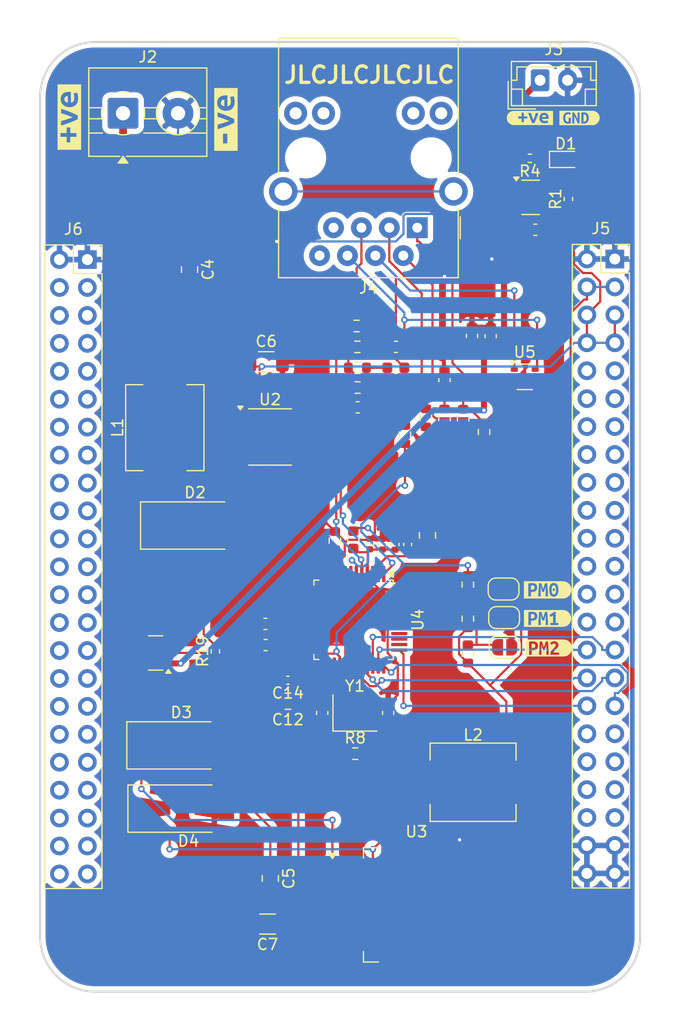
<source format=kicad_pcb>
(kicad_pcb (version 20240108) (generator "pcbnew") (generator_version "8.0")
  (layers (0 "F.Cu" signal) (31 "B.Cu" signal) (34 "B.Paste" user) (35 "F.Paste" user) (36 "B.SilkS" user "B.Silkscreen") (37 "F.SilkS" user "F.Silkscreen") (38 "B.Mask" user) (39 "F.Mask" user) (44 "Edge.Cuts" user))
  (net 0 "")
  (net 1 "GND")
  (net 2 "+5V")
  (net 3 "VBAT")
  (net 4 "VIN")
  (net 5 "Net-(D3-K)")
  (net 6 "+3V3")
  (net 7 "Net-(U4-XI{slash}CLKIN)")
  (net 8 "VCCA")
  (net 9 "Net-(U4-XO)")
  (net 10 "Net-(U4-1V2O)")
  (net 11 "Net-(U4-TOCAP)")
  (net 12 "Net-(J4-RCT)")
  (net 13 "Net-(C18-Pad1)")
  (net 14 "Net-(J4-RD+)")
  (net 15 "Net-(J4-RD-)")
  (net 16 "Net-(C19-Pad1)")
  (net 17 "Net-(J4-TCT)")
  (net 18 "Net-(D1-K)")
  (net 19 "Net-(D2-K)")
  (net 20 "Net-(D4-K)")
  (net 21 "unconnected-(J4-PadSH)")
  (net 27 "Net-(J4-TD+)")
  (net 29 "Net-(J4-TD-)")
  (net 31 "MISO")
  (net 40 "MOSI")
  (net 42 "INT")
  (net 53 "CS")
  (net 54 "SCLK")
  (net 60 "RST")
  (net 108 "Net-(U1-PROG)")
  (net 109 "Net-(U1-STAT)")
  (net 110 "Net-(U4-EXRES1)")
  (net 111 "RXP")
  (net 112 "RXN")
  (net 113 "TXP")
  (net 114 "TXN")
  (net 115 "PMODE2")
  (net 119 "PMODE1")
  (net 128 "LINKLED")
  (net 131 "PMODE0")
  (net 132 "ACTLED")
  (footprint "Inductor_SMD:L_Chilisin_BMRB00060624" (layer "F.Cu") (at 197.9 110.15)
    (property "Reference" "L2")
    (property "Value" "47uH/2A")
  )
  (footprint "kibuzzard-67D30CF0" (layer "F.Cu") (at 204.68 95.25)
    (property "Reference" "kibuzzard-67D30CF0" (hide yes))
    (property "Value" "G***" (hide yes))
  )
  (footprint "Capacitor_SMD:C_1206_3216Metric" (layer "F.Cu") (at 179.075 71.9)
    (property "Reference" "C6")
    (property "Value" "220uF")
  )
  (footprint "Diode_SMD:D_SMA-SMB_Universal_Handsoldering" (layer "F.Cu") (at 172.6 86.8)
    (property "Reference" "D2")
    (property "Value" "40V 3A 550mV@3A Schottky")
  )
  (footprint "Connector_PinSocket_2.54mm:PinSocket_2x23_P2.54mm_Vertical" (layer "F.Cu") (at 210.8 62.56)
    (property "Reference" "J5")
    (property "Value" "Conn_02x23_Odd_Even")
  )
  (footprint "Crystal:Crystal_SMD_3225-4Pin_3.2x2.5mm" (layer "F.Cu") (at 187.15 103.85)
    (property "Reference" "Y1")
    (property "Value" "25MHz")
  )
  (footprint "Inductor_SMD:L_Chilisin_BMRB00060624" (layer "F.Cu") (at 169.85 77.9 90)
    (property "Reference" "L1")
    (property "Value" "47uH/2A")
  )
  (footprint "Package_QFP:LQFP-48_7x7mm_P0.5mm" (layer "F.Cu") (at 187.025 95.375 -90)
    (property "Reference" "U4")
    (property "Value" "W5500")
  )
  (footprint "Resistor_SMD:R_0603_1608Metric" (layer "F.Cu") (at 187.375 72.45 180)
    (property "Reference" "R12" (hide yes))
    (property "Value" "49.9" (hide yes))
  )
  (footprint "Resistor_SMD:R_0603_1608Metric" (layer "F.Cu") (at 187.375 70.55 180)
    (property "Reference" "R15" (hide yes))
    (property "Value" "49.9" (hide yes))
  )
  (footprint "Connector_JST:JST_EH_B2B-EH-A_1x02_P2.50mm_Vertical" (layer "F.Cu") (at 204 46.3)
    (property "Reference" "J3")
    (property "Value" "BAT_JST_01x02")
  )
  (footprint "Capacitor_SMD:C_0603_1608Metric" (layer "F.Cu") (at 190.175 103.85 90)
    (property "Reference" "C11" (hide yes))
    (property "Value" "18pF" (hide yes))
  )
  (footprint "Resistor_SMD:R_0603_1608Metric" (layer "F.Cu") (at 185.325 88.175 -90)
    (property "Reference" "R9" (hide yes))
    (property "Value" "12K 1%" (hide yes))
  )
  (footprint "Package_TO_SOT_SMD:SOT-23-5" (layer "F.Cu") (at 203.1375 56.95)
    (property "Reference" "U1" (hide yes))
    (property "Value" "MCP73831-2-OT" (hide yes))
  )
  (footprint "kibuzzard-67D30BB5" (layer "F.Cu") (at 175.41 49.86 90)
    (property "Reference" "kibuzzard-67D30BB5" (hide yes))
    (property "Value" "G***" (hide yes))
  )
  (footprint "Capacitor_SMD:C_0603_1608Metric" (layer "F.Cu") (at 179.025 97.675 180)
    (property "Reference" "C15" (hide yes))
    (property "Value" "10nF" (hide yes))
  )
  (footprint "Capacitor_SMD:C_0603_1608Metric" (layer "F.Cu") (at 203.575 59.9 180)
    (property "Reference" "C1" (hide yes))
    (property "Value" "4.7uF" (hide yes))
  )
  (footprint "Capacitor_SMD:C_0402_1005Metric" (layer "F.Cu") (at 189.65 88.505 90)
    (property "Reference" "C10" (hide yes))
    (property "Value" "0.1uF" (hide yes))
  )
  (footprint "Jumper:SolderJumper-2_P1.3mm_Open_RoundedPad1.0x1.5mm" (layer "F.Cu") (at 200.775 97.875 180)
    (property "Reference" "JP3" (hide yes))
    (property "Value" "SolderJumper_2_Open" (hide yes))
  )
  (footprint "Package_TO_SOT_SMD:TO-263-5_TabPin3" (layer "F.Cu") (at 192.75 121.3)
    (property "Reference" "U3")
    (property "Value" "LM2575S-3.3(UMW)")
  )
  (footprint "Resistor_SMD:R_0603_1608Metric" (layer "F.Cu") (at 197.425 95.275 90)
    (property "Reference" "R6" (hide yes))
    (property "Value" "10K" (hide yes))
  )
  (footprint "Resistor_SMD:R_0603_1608Metric" (layer "F.Cu") (at 191.7 78.525 -90)
    (property "Reference" "R14" (hide yes))
    (property "Value" "33" (hide yes))
  )
  (footprint "Capacitor_SMD:C_0805_2012Metric" (layer "F.Cu") (at 181.05 102.775 180)
    (property "Reference" "C12")
    (property "Value" "10uF")
  )
  (footprint "Resistor_SMD:R_0603_1608Metric" (layer "F.Cu") (at 195.3 77.025 90)
    (property "Reference" "R18" (hide yes))
    (property "Value" "10" (hide yes))
  )
  (footprint "Inductor_SMD:L_0603_1608Metric" (layer "F.Cu") (at 187 88.1 -90)
    (property "Reference" "L3" (hide yes))
    (property "Value" "L_Ferrite" (hide yes))
  )
  (footprint "Resistor_SMD:R_0603_1608Metric" (layer "F.Cu") (at 187.4 74.25 180)
    (property "Reference" "R10" (hide yes))
    (property "Value" "33" (hide yes))
  )
  (footprint "Resistor_SMD:R_0402_1005Metric" (layer "F.Cu") (at 203.075 53.4 180)
    (property "Reference" "R4")
    (property "Value" "100")
  )
  (footprint "Resistor_SMD:R_0603_1608Metric" (layer "F.Cu") (at 197 77.05 90)
    (property "Reference" "R17" (hide yes))
    (property "Value" "49.9" (hide yes))
  )
  (footprint "Capacitor_SMD:C_0603_1608Metric" (layer "F.Cu") (at 195.3 73.575 -90)
    (property "Reference" "C20" (hide yes))
    (property "Value" "22nF" (hide yes))
  )
  (footprint "Capacitor_SMD:C_0603_1608Metric" (layer "F.Cu") (at 197.8 69.55 90)
    (property "Reference" "C3" (hide yes))
    (property "Value" "4.7uF" (hide yes))
  )
  (footprint "kibuzzard-67D30CFC" (layer "F.Cu") (at 204.75 97.94)
    (property "Reference" "kibuzzard-67D30CFC" (hide yes))
    (property "Value" "G***" (hide yes))
  )
  (footprint "kibuzzard-67D30BA5" (layer "F.Cu") (at 161.16 49.65 90)
    (property "Reference" "kibuzzard-67D30BA5" (hide yes))
    (property "Value" "G***" (hide yes))
  )
  (footprint "Connector_PinSocket_2.54mm:PinSocket_2x23_P2.54mm_Vertical" (layer "F.Cu") (at 162.8 62.61)
    (property "Reference" "J6")
    (property "Value" "Conn_02x23_Odd_Even" (hide yes))
  )
  (footprint "kibuzzard-67D30C33" (layer "F.Cu") (at 207.59 49.73)
    (property "Reference" "kibuzzard-67D30C33" (hide yes))
    (property "Value" "G***" (hide yes))
  )
  (footprint "Jumper:SolderJumper-2_P1.3mm_Open_RoundedPad1.0x1.5mm" (layer "F.Cu") (at 200.725 95.175 180)
    (property "Reference" "JP2" (hide yes))
    (property "Value" "SolderJumper_2_Open" (hide yes))
  )
  (footprint "Capacitor_SMD:C_0805_2012Metric" (layer "F.Cu") (at 193.75 87.7 90)
    (property "Reference" "C21" (hide yes))
    (property "Value" "10uF" (hide yes))
  )
  (footprint "Capacitor_SMD:C_0805_2012Metric" (layer "F.Cu") (at 179.45 118.9 -90)
    (property "Reference" "C5")
    (property "Value" "10uF")
  )
  (footprint "Package_TO_SOT_SMD:SOT-23" (layer "F.Cu") (at 169.0125 98.39 180)
    (property "Reference" "Q1" (hide yes))
    (property "Value" "PMOS" (hide yes))
  )
  (footprint "Package_SO:SOIC-8_3.9x4.9mm_P1.27mm" (layer "F.Cu") (at 179.425 78.745)
    (property "Reference" "U2")
    (property "Value" "XL1509-5.0")
  )
  (footprint "Resistor_SMD:R_0603_1608Metric" (layer "F.Cu") (at 197.425 98.475 90)
    (property "Reference" "R7" (hide yes))
    (property "Value" "10K" (hide yes))
  )
  (footprint "Capacitor_SMD:C_0603_1608Metric" (layer "F.Cu") (at 179 95.75 180)
    (property "Reference" "C17" (hide yes))
    (property "Value" "4.7uF" (hide yes))
  )
  (footprint "Capacitor_SMD:C_0603_1608Metric" (layer "F.Cu") (at 184.175 103.85 90)
    (property "Reference" "C8" (hide yes))
    (property "Value" "18pF" (hide yes))
  )
  (footprint "Connector_RJ:RJ45_Bel_SI-60062-F" (layer "F.Cu") (at 192.82 59.71 180)
    (property "Reference" "J4")
    (property "Value" "RJ45_Bel_SI-60062-F JLC")
  )
  (footprint "Capacitor_SMD:C_1206_3216Metric" (layer "F.Cu") (at 179.2 123.05 180)
    (property "Reference" "C7")
    (property "Value" "220uF")
  )
  (footprint "Diode_SMD:D_SMA-SMB_Universal_Handsoldering" (layer "F.Cu") (at 171.45 112.55)
    (property "Reference" "D4")
    (property "Value" "40V 3A 550mV@3A Schottky" (hide yes))
  )
  (footprint "Capacitor_SMD:C_0402_1005Metric" (layer "F.Cu") (at 181.05 100.875 180)
    (property "Reference" "C14")
    (property "Value" "0.1uF")
  )
  (footprint "Resistor_SMD:R_0402_1005Metric" (layer "F.Cu") (at 174.45 98.24 90)
    (property "Reference" "R19")
    (property "Value" "100k")
  )
  (footprint "Capacitor_SMD:C_0402_1005Metric" (layer "F.Cu") (at 190.8 88.52 90)
    (property "Reference" "C13" (hide yes))
    (property "Value" "0.1uF" (hide yes))
  )
  (footprint "Resistor_SMD:R_0603_1608Metric" (layer "F.Cu") (at 198.9 78.3 -90)
    (property "Reference" "R13" (hide yes))
    (property "Value" "33" (hide yes))
  )
  (footprint "Diode_SMD:D_SMA-SMB_Universal_Handsoldering" (layer "F.Cu") (at 171.35 106.8)
    (property "Reference" "D3")
    (property "Value" "40V 3A 550mV@3A Schottky" (hide yes))
  )
  (footprint "Package_TO_SOT_SMD:SOT-363_SC-70-6" (layer "F.Cu") (at 202.6 73.275)
    (property "Reference" "U5")
    (property "Value" "NUP4202")
  )
  (footprint "TerminalBlock:TerminalBlock_MaiXu_MX126-5.0-02P_1x02_P5.00mm" (layer "F.Cu") (at 166.05 49.3)
    (property "Reference" "J2")
    (property "Value" "Screw_Terminal_01x02")
  )
  (footprint "LED_SMD:LED_0603_1608Metric" (layer "F.Cu") (at 206.3375 53.5)
    (property "Reference" "D1")
    (property "Value" "LED")
  )
  (footprint "Resistor_SMD:R_0603_1608Metric" (layer "F.Cu") (at 187.3 68.65 180)
    (property "Reference" "R11" (hide yes))
    (property "Value" "33" (hide yes))
  )
  (footprint "Resistor_SMD:R_0603_1608Metric" (layer "F.Cu") (at 197.425 92.175 -90)
    (property "Reference" "R5" (hide yes))
    (property "Value" "10K" (hide yes))
  )
  (footprint "Capacitor_SMD:C_0603_1608Metric" (layer "F.Cu") (at 187.4 76.05)
    (property "Reference" "C22" (hide yes))
    (property "Value" "10nF" (hide yes))
  )
  (footprint "Resistor_SMD:R_0603_1608Metric" (layer "F.Cu") (at 193.6 77 90)
    (property "Reference" "R16" (hide yes))
    (property "Value" "49.9" (hide yes))
  )
  (footprint "Resistor_SMD:R_0402_1005Metric" (layer "F.Cu") (at 206.575 57.1 90)
    (property "Reference" "R1")
    (property "Value" "2k")
  )
  (footprint "Capacitor_SMD:C_0402_1005Metric" (layer "F.Cu") (at 191.95 88.52 90)
    (property "Reference" "C16" (hide yes))
    (property "Value" "0.1uF" (hide yes))
  )
  (footprint "Capacitor_SMD:C_0402_1005Metric" (layer "F.Cu") (at 188.5 88.485 90)
    (property "Reference" "C9" (hide yes))
    (property "Value" "0.1uF" (hide yes))
  )
  (footprint "Capacitor_SMD:C_0603_1608Metric" (layer "F.Cu") (at 199.5 69.575 90)
    (property "Reference" "C2" (hide yes))
    (property "Value" "4.7uF" (hide yes))
  )
  (footprint "Capacitor_SMD:C_0603_1608Metric" (layer "F.Cu") (at 190.875 72.45)
    (property "Reference" "C18" (hide yes))
    (property "Value" "6.8nF" (hide yes))
  )
  (footprint "Jumper:SolderJumper-2_P1.3mm_Open_RoundedPad1.0x1.5mm" (layer "F.Cu") (at 200.675 92.575 180)
    (property "Reference" "JP1" (hide yes))
    (property "Value" "SolderJumper_2_Open" (hide yes))
  )
  (footprint "Capacitor_SMD:C_0603_1608Metric" (layer "F.Cu") (at 190.875 70.55)
    (property "Reference" "C19" (hide yes))
    (property "Value" "6.8nF" (hide yes))
  )
  (footprint "kibuzzard-67D30CE3" (layer "F.Cu") (at 204.69 92.65)
    (property "Reference" "kibuzzard-67D30CE3" (hide yes))
    (property "Value" "G***" (hide yes))
  )
  (footprint "Capacitor_SMD:C_0805_2012Metric" (layer "F.Cu") (at 172.1 63.5175 -90)
    (property "Reference" "C4")
    (property "Value" "10uF")
  )
  (footprint "kibuzzard-67D30C9E" (layer "F.Cu") (at 203.07 49.73)
    (property "Reference" "kibuzzard-67D30C9E" (hide yes))
    (property "Value" "G***" (hide yes))
  )
  (footprint "Resistor_SMD:R_0603_1608Metric" (layer "F.Cu") (at 187.175 107.55)
    (property "Reference" "R8")
    (property "Value" "1M")
  )
  (gr_arc (start 208.1 42.82) (mid 211.635534 44.284466) (end 213.1 47.82) (stroke (width 0.2)) (layer "Edge.Cuts"))
  (gr_line (start 208.1 129.2) (end 163.5 129.2) (stroke (width 0.2)) (layer "Edge.Cuts"))
  (gr_arc (start 213.1 124.2) (mid 211.635534 127.735534) (end 208.1 129.2) (stroke (width 0.2)) (layer "Edge.Cuts"))
  (gr_arc (start 163.5 129.2) (mid 159.964466 127.735534) (end 158.5 124.2) (stroke (width 0.2)) (layer "Edge.Cuts"))
  (gr_line (start 213.1 47.82) (end 213.1 124.2) (stroke (width 0.2)) (layer "Edge.Cuts"))
  (gr_line (start 158.5 124.2) (end 158.5 47.82) (stroke (width 0.2)) (layer "Edge.Cuts"))
  (gr_arc (start 158.5 47.82) (mid 159.964466 44.284466) (end 163.5 42.82) (stroke (width 0.2)) (layer "Edge.Cuts"))
  (gr_line (start 163.5 42.82) (end 208.1 42.82) (stroke (width 0.2)) (layer "Edge.Cuts"))
  (gr_text "JLCJLCJLCJLC" (at 180.55 46.69 0) (layer "F.SilkS") (effects (font (size 1.5 1.5) (thickness 0.3) (bold yes)) (justify left bottom)))
  (segment (start 190.127 92.625) (end 189.393 92.625) (width 0.2) (layer "F.Cu") (net 1))
  (segment (start 182.031 95.625) (end 181.823 95.4169) (width 0.2) (layer "F.Cu") (net 1))
  (segment (start 191.95 88.04) (end 193.24 86.75) (width 0.2) (layer "F.Cu") (net 1))
  (segment (start 201.325 92.1843) (end 200.641 91.5001) (width 0.2) (layer "F.Cu") (net 1))
  (segment (start 201.325 92.575) (end 201.325 92.1843) (width 0.2) (layer "F.Cu") (net 1))
  (segment (start 201.375 95.175) (end 201.425 95.225) (width 0.2) (layer "F.Cu") (net 1))
  (segment (start 208.26 62.56) (end 208.26 53.4198) (width 0.2) (layer "F.Cu") (net 1))
  (segment (start 178.25 97.675) (end 178.225 97.65) (width 0.2) (layer "F.Cu") (net 1))
  (segment (start 193.24 86.75) (end 193.75 86.75) (width 0.2) (layer "F.Cu") (net 1))
  (segment (start 189.393 92.625) (end 186.275 95.743) (width 0.2) (layer "F.Cu") (net 1))
  (segment (start 186.275 99.5375) (end 186.275 100.322) (width 0.2) (layer "F.Cu") (net 1))
  (segment (start 191.825 124.075) (end 191.825 122.424) (width 0.2) (layer "F.Cu") (net 1))
  (segment (start 177.725 121.575) (end 177.725 123.05) (width 0.2) (layer "F.Cu") (net 1))
  (segment (start 191.049 99.3281) (end 190.127 98.4061) (width 0.2) (layer "F.Cu") (net 1))
  (segment (start 199.5 68.775) (end 197.8 68.775) (width 0.2) (layer "F.Cu") (net 1))
  (segment (start 182.757 86.6426) (end 181.823 87.577) (width 0.2) (layer "F.Cu") (net 1))
  (segment (start 196.675 118.525) (end 196.675 115.384) (width 0.2) (layer "F.Cu") (net 1))
  (segment (start 190.127 98.4061) (end 190.127 92.625) (width 0.2) (layer "F.Cu") (net 1))
  (segment (start 189.65 88.025) (end 190.785 88.025) (width 0.2) (layer "F.Cu") (net 1))
  (segment (start 186.302 88.3265) (end 186.222 88.4055) (width 0.2) (layer "F.Cu") (net 1))
  (segment (start 181.824 94.125) (end 182.862 94.125) (width 0.2) (layer "F.Cu") (net 1))
  (segment (start 180.032 71.3823) (end 180.032 60.9618) (width 0.2) (layer "F.Cu") (net 1))
  (segment (start 174.35 112.55) (end 174.35 119.675) (width 0.2) (layer "F.Cu") (net 1))
  (segment (start 187.703 122.424) (end 186.578 121.3) (width 0.2) (layer "F.Cu") (net 1))
  (segment (start 181.823 95.4169) (end 181.823 94.9324) (width 0.2) (layer "F.Cu") (net 1))
  (segment (start 186.528 88.1) (end 188.405 88.1) (width 0.2) (layer "F.Cu") (net 1))
  (segment (start 191.825 122.424) (end 187.703 122.424) (width 0.2) (layer "F.Cu") (net 1))
  (segment (start 185.325 87.35) (end 184.618 86.6426) (width 0.2) (layer "F.Cu") (net 1))
  (segment (start 186.578 121.3) (end 185.1 121.3) (width 0.2) (layer "F.Cu") (net 1))
  (segment (start 206.725 47.7764) (end 206.5 47.5513) (width 0.2) (layer "F.Cu") (net 1))
  (segment (start 199.611 68.6641) (end 199.611 62.56) (width 0.2) (layer "F.Cu") (net 1))
  (segment (start 191.76 92.0525) (end 191.188 92.625) (width 0.2) (layer "F.Cu") (net 1))
  (segment (start 191.188 92.625) (end 191.1875 92.625) (width 0.2) (layer "F.Cu") (net 1))
  (segment (start 196.675 121.3) (end 196.675 118.525) (width 0.2) (layer "F.Cu") (net 1))
  (segment (start 206.725 52.6524) (end 206.338 53.04) (width 0.2) (layer "F.Cu") (net 1))
  (segment (start 180.57 99.1022) (end 182.047 97.625) (width 0.2) (layer "F.Cu") (net 1))
  (segment (start 185.873 100.809) (end 184.384 102.298) (width 0.2) (layer "F.Cu") (net 1))
  (segment (start 181.823 94.9324) (end 181.823 94.1265) (width 0.2) (layer "F.Cu") (net 1))
  (segment (start 178.225 97.65) (end 178.225 95.75) (width 0.2) (layer "F.Cu") (net 1))
  (segment (start 180.55 75.49) (end 180.55 71.9) (width 0.2) (layer "F.Cu") (net 1))
  (segment (start 186.532 124.7) (end 185.1 124.7) (width 0.2) (layer "F.Cu") (net 1))
  (segment (start 175.5 95.75) (end 178.225 95.75) (width 0.2) (layer "F.Cu") (net 1))
  (segment (start 175.5 82.1) (end 175.5 86.8) (width 0.2) (layer "F.Cu") (net 1))
  (segment (start 184.384 102.298) (end 184.384 102.631) (width 0.2) (layer "F.Cu") (net 1))
  (segment (start 208.26 118.44) (end 208.26 115.9) (width 0.2) (layer "F.Cu") (net 1))
  (segment (start 196.675 124.075) (end 196.675 121.3) (width 0.2) (layer "F.Cu") (net 1))
  (segment (start 206.725 52.6524) (end 206.725 47.7764) (width 0.2) (layer "F.Cu") (net 1))
  (segment (start 179.375 124.7) (end 185.1 124.7) (width 0.2) (layer "F.Cu") (net 1))
  (segment (start 210.8 118.44) (end 210.8 115.9) (width 0.2) (layer "F.Cu") (net 1))
  (segment (start 203.091 59.6094) (end 202.8 59.9) (width 0.2) (layer "F.Cu") (net 1))
  (segment (start 182.047 97.625) (end 182.8625 97.625) (width 0.2) (layer "F.Cu") (net 1))
  (segment (start 194.25 120.088) (end 192.688 118.525) (width 0.2) (layer "F.Cu") (net 1))
  (segment (start 175.5 95.75) (end 175.5 86.8) (width 0.2) (layer "F.Cu") (net 1))
  (segment (start 199.5 68.775) (end 199.611 68.6641) (width 0.2) (layer "F.Cu") (net 1))
  (segment (start 201.375 92.625) (end 201.325 92.575) (width 0.2) (layer "F.Cu") (net 1))
  (segment (start 180.57 100.875) (end 180.57 99.1022) (width 0.2) (layer "F.Cu") (net 1))
  (segment (start 179.45 119.85) (end 177.725 121.575) (width 0.2) (layer "F.Cu") (net 1))
  (segment (start 189.63 88.005) (end 189.65 88.025) (width 0.2) (layer "F.Cu") (net 1))
  (segment (start 187.703 123.529) (end 186.532 124.7) (width 0.2) (layer "F.Cu") (net 1))
  (segment (start 181.9 78.11) (end 181.9 79.38) (width 0.2) (layer "F.Cu") (net 1))
  (segment (start 201.936 73.275) (end 201.65 73.275) (width 0.2) (layer "F.Cu") (net 1))
  (segment (start 180.1 102.775) (end 180.525 103.2) (width 0.2) (layer "F.Cu") (net 1))
  (segment (start 180.525 103.2) (end 180.525 118.775) (width 0.2) (layer "F.Cu") (net 1))
  (segment (start 188.962 87.543) (end 188.5 88.005) (width 0.2) (layer "F.Cu") (net 1))
  (segment (start 177.725 123.05) (end 179.375 124.7) (width 0.2) (layer "F.Cu") (net 1))
  (segment (start 162.8 62.61) (end 170.242 62.61) (width 0.2) (layer "F.Cu") (net 1))
  (segment (start 188.775 92.0071) (end 188.775 91.2125) (width 0.2) (layer "F.Cu") (net 1))
  (segment (start 182.862 95.625) (end 182.031 95.625) (width 0.2) (layer "F.Cu") (net 1))
  (segment (start 181.9 76.84) (end 180.55 75.49) (width 0.2) (layer "F.Cu") (net 1))
  (segment (start 199.475 91.5001) (end 198.922 92.0525) (width 0.2) (layer "F.Cu") (net 1))
  (segment (start 191.1875 92.625) (end 190.127 92.625) (width 0.2) (layer "F.Cu") (net 1))
  (segment (start 181.9 80.65) (end 182.757 81.5074) (width 0.2) (layer "F.Cu") (net 1))
  (segment (start 186.222 88.4055) (end 186.222 89.5536) (width 0.2) (layer "F.Cu") (net 1))
  (segment (start 182.8625 97.625) (end 186.275 97.625) (width 0.2) (layer "F.Cu") (net 1))
  (segment (start 182.757 81.5074) (end 182.757 86.6426) (width 0.2) (layer "F.Cu") (net 1))
  (segment (start 198.922 92.0525) (end 191.76 92.0525) (width 0.2) (layer "F.Cu") (net 1))
  (segment (start 174.45 98.75) (end 175.5 97.7) (width 0.2) (layer "F.Cu") (net 1))
  (segment (start 192.688 118.525) (end 191.825 118.525) (width 0.2) (layer "F.Cu") (net 1))
  (segment (start 180.1 101.345) (end 180.1 102.775) (width 0.2) (layer "F.Cu") (net 1))
  (segment (start 181.823 93.125) (end 182.862 93.125) (width 0.2) (layer "F.Cu") (net 1))
  (segment (start 188.405 88.1) (end 188.5 88.005) (width 0.2) (layer "F.Cu") (net 1))
  (segment (start 203.091 57.2247) (end 203.091 59.6094) (width 0.2) (layer "F.Cu") (net 1))
  (segment (start 178.25 97.675) (end 178.25 100.925) (width 0.2) (layer "F.Cu") (net 1))
  (segment (start 196.675 121.3) (end 194.25 121.3) (width 0.2) (layer "F.Cu") (net 1))
  (segment (start 206.19 57.2247) (end 206.575 57.61) (width 0.2) (layer "F.Cu") (net 1))
  (segment (start 185.873 100.724) (end 185.873 100.809) (width 0.2) (layer "F.Cu") (net 1))
  (segment (start 200.641 91.5001) (end 199.475 91.5001) (width 0.2) (layer "F.Cu") (net 1))
  (segment (start 191.049 102.201) (end 191.049 99.3281) (width 0.2) (layer "F.Cu") (net 1))
  (segment (start 180.55 71.9) (end 180.032 71.3823) (width 0.2) (layer "F.Cu") (net 1))
  (segment (start 181.823 87.577) (end 181.823 93.125) (width 0.2) (layer "F.Cu") (net 1))
  (segment (start 178.25 100.925) (end 180.1 102.775) (width 0.2) (layer "F.Cu") (net 1))
  (segment (start 181.9 79.38) (end 181.9 80.65) (width 0.2) (layer "F.Cu") (net 1))
  (segment (start 207.245 55.1104) (end 207.245 56.9401) (width 0.2) (layer "F.Cu") (net 1))
  (segment (start 190.8 88.04) (end 191.95 88.04) (width 0.2) (layer "F.Cu") (net 1))
  (segment (start 202.816 56.95) (end 203.091 57.2247) (width 0.2) (layer "F.Cu") (net 1))
  (segment (start 185.775 90.0011) (end 185.775 91.2125) (width 0.2) (layer "F.Cu") (net 1))
  (segment (start 190.785 88.025) (end 190.8 88.04) (width 0.2) (layer "F.Cu") (net 1))
  (segment (start 202.8 72.411) (end 201.936 73.275) (width 0.2) (layer "F.Cu") (net 1))
  (segment (start 186.222 89.5536) (end 185.775 90.0011) (width 0.2) (layer "F.Cu") (net 1))
  (segment (start 206.338 54.203) (end 207.245 55.1104) (width 0.2) (layer "F.Cu") (net 1))
  (segment (start 186.275 97.625) (end 186.275 99.5375) (width 0.2) (layer "F.Cu") (net 1))
  (segment (start 186.275 100.322) (end 185.873 100.724) (width 0.2) (layer "F.Cu") (net 1))
  (segment (start 201.375 95.175) (end 201.375 92.625) (width 0.2) (layer "F.Cu") (net 1))
  (segment (start 180.57 100.875) (end 180.1 101.345) (width 0.2) (layer "F.Cu") (net 1))
  (segment (start 201.425 95.225) (end 201.425 97.875) (width 0.2) (layer "F.Cu") (net 1))
  (segment (start 174.35 119.675) (end 177.725 123.05) (width 0.2) (layer "F.Cu") (net 1))
  (segment (start 191.825 122.424) (end 191.825 118.525) (width 0.2) (layer "F.Cu") (net 1))
  (segment (start 176.95 80.65) (end 175.5 82.1) (width 0.2) (layer "F.Cu") (net 1))
  (segment (start 203.091 57.2247) (end 206.19 57.2247) (width 0.2) (layer "F.Cu") (net 1))
  (segment (start 180.525 118.775) (end 179.45 119.85) (width 0.2) (layer "F.Cu") (net 1))
  (segment (start 202.8 59.9) (end 202.8 72.411) (width 0.2) (layer "F.Cu") (net 1))
  (segment (start 185.325 87.35) (end 186.302 88.3265) (width 0.2) (layer "F.Cu") (net 1))
  (segment (start 190.175 103.075) (end 191.049 102.201) (width 0.2) (layer "F.Cu") (net 1))
  (segment (start 186.275 95.743) (end 186.275 97.625) (width 0.2) (layer "F.Cu") (net 1))
  (segment (start 187.703 122.424) (end 187.703 123.529) (width 0.2) (layer "F.Cu") (net 1))
  (segment (start 181.823 94.1235) (end 181.824 94.125) (width 0.2) (layer "F.Cu") (net 1))
  (segment (start 184.502 102.748) (end 184.175 103.075) (width 0.2) (layer "F.Cu") (net 1))
  (segment (start 194.25 121.3) (end 194.25 120.088) (width 0.2) (layer "F.Cu") (net 1))
  (segment (start 184.618 86.6426) (end 182.757 86.6426) (width 0.2) (layer "F.Cu") (net 1))
  (segment (start 188.175 76.05) (end 188.962 76.837) (width 0.2) (layer "F.Cu") (net 1))
  (segment (start 206.5 47.5513) (end 206.5 46.3) (width 0.2) (layer "F.Cu") (net 1))
  (segment (start 207.245 56.9401) (end 206.575 57.61) (width 0.2) (layer "F.Cu") (net 1))
  (segment (start 181.823 94.1265) (end 181.824 94.125) (width 0.2) (layer "F.Cu") (net 1))
  (segment (start 181.9 76.84) (end 181.9 78.11) (width 0.2) (layer "F.Cu") (net 1))
  (segment (start 206.338 53.04) (end 206.338 54.203) (width 0.2) (layer "F.Cu") (net 1))
  (segment (start 186.302 88.3265) (end 186.528 88.1) (width 0.2) (layer "F.Cu") (net 1))
  (segment (start 202 56.95) (end 202.816 56.95) (width 0.2) (layer "F.Cu") (net 1))
  (segment (start 184.384 102.631) (end 184.502 102.748) (width 0.2) (layer "F.Cu") (net 1))
  (segment (start 199.5 68.8) (end 199.5 68.775) (width 0.2) (layer "F.Cu") (net 1))
  (segment (start 195.3 64.152) (end 195.3 72.8) (width 0.2) (layer "F.Cu") (net 1))
  (segment (start 208.26 53.4198) (end 207.493 52.6524) (width 0.2) (layer "F.Cu") (net 1))
  (segment (start 188.5 88.005) (end 189.63 88.005) (width 0.2) (layer "F.Cu") (net 1))
  (segment (start 188.962 76.837) (end 188.962 87.543) (width 0.2) (layer "F.Cu") (net 1))
  (segment (start 189.393 92.625) (end 188.775 92.0071) (width 0.2) (layer "F.Cu") (net 1))
  (segment (start 181.823 93.125) (end 181.823 94.1235) (width 0.2) (layer "F.Cu") (net 1))
  (segment (start 175.5 97.7) (end 175.5 95.75) (width 0.2) (layer "F.Cu") (net 1))
  (segment (start 207.493 52.6524) (end 206.725 52.6524) (width 0.2) (layer "F.Cu") (net 1))
  (segment (start 181.823 94.9324) (end 179.043 94.9324) (width 0.2) (layer "F.Cu") (net 1))
  (segment (start 170.242 62.61) (end 172.1 64.4675) (width 0.2) (layer "F.Cu") (net 1))
  (segment (start 179.043 94.9324) (end 178.225 95.75) (width 0.2) (layer "F.Cu") (net 1))
  (via (at 195.3 64.152) (size 0.6) (drill 0.3) (layers "F.Cu" "B.Cu") (net 1))
  (via (at 180.032 60.9618) (size 0.6) (drill 0.3) (layers "F.Cu" "B.Cu") (net 1))
  (via (at 196.675 115.384) (size 0.6) (drill 0.3) (layers "F.Cu" "B.Cu") (net 1))
  (via (at 199.611 62.56) (size 0.6) (drill 0.3) (layers "F.Cu" "B.Cu") (net 1))
  (segment (start 208.26 62.56) (end 210.8 62.56) (width 0.2) (layer "B.Cu") (net 1))
  (segment (start 190.871 60.9618) (end 180.032 60.9618) (width 0.2) (layer "B.Cu") (net 1))
  (segment (start 196.892 62.56) (end 195.3 64.152) (width 0.2) (layer "B.Cu") (net 1))
  (segment (start 171.05 60.9618) (end 165.6 60.9618) (width 0.2) (layer "B.Cu") (net 1))
  (segment (start 191.568 60.2642) (end 190.871 60.9618) (width 0.2) (layer "B.Cu") (net 1))
  (segment (start 199.611 62.56) (end 195.509 58.4583) (width 0.2) (layer "B.Cu") (net 1))
  (segment (start 165.6 60.9618) (end 163.952 62.61) (width 0.2) (layer "B.Cu") (net 1))
  (segment (start 197.191 115.9) (end 196.675 115.384) (width 0.2) (layer "B.Cu") (net 1))
  (segment (start 208.26 118.44) (end 210.8 118.44) (width 0.2) (layer "B.Cu") (net 1))
  (segment (start 195.509 58.4583) (end 191.745 58.4583) (width 0.2) (layer "B.Cu") (net 1))
  (segment (start 199.611 62.56) (end 196.892 62.56) (width 0.2) (layer "B.Cu") (net 1))
  (segment (start 171.05 49.3) (end 171.05 60.9618) (width 0.2) (layer "B.Cu") (net 1))
  (segment (start 191.745 58.4583) (end 191.568 58.635) (width 0.2) (layer "B.Cu") (net 1))
  (segment (start 180.032 60.9618) (end 171.05 60.9618) (width 0.2) (layer "B.Cu") (net 1))
  (segment (start 163.952 62.61) (end 162.8 62.61) (width 0.2) (layer "B.Cu") (net 1))
  (segment (start 208.26 115.9) (end 197.191 115.9) (width 0.2) (layer "B.Cu") (net 1))
  (segment (start 162.8 62.61) (end 160.26 62.61) (width 0.2) (layer "B.Cu") (net 1))
  (segment (start 191.568 58.635) (end 191.568 60.2642) (width 0.2) (layer "B.Cu") (net 1))
  (segment (start 208.26 62.56) (end 199.611 62.56) (width 0.2) (layer "B.Cu") (net 1))
  (segment (start 173.795 98.385) (end 170.895 98.385) (width 0.2) (layer "F.Cu") (net 2))
  (segment (start 178.471 72.3353) (end 178.471 77.2341) (width 0.2) (layer "F.Cu") (net 2))
  (segment (start 177.595 78.11) (end 178.471 77.2341) (width 0.2) (layer "F.Cu") (net 2))
  (segment (start 210.8 70.18) (end 210.8 67.64) (width 0.2) (layer "F.Cu") (net 2))
  (segment (start 204.275 57.9) (end 204.35 57.975) (width 0.2) (layer "F.Cu") (net 2))
  (segment (start 207.082 63.0182) (end 207.082 59.9) (width 0.2) (layer "F.Cu") (net 2))
  (segment (start 170.895 98.385) (end 169.95 97.44) (width 0.2) (layer "F.Cu") (net 2))
  (segment (start 174.25 106.8) (end 173.795 106.345) (width 0.2) (layer "F.Cu") (net 2))
  (segment (start 173.795 98.385) (end 174.45 97.73) (width 0.2) (layer "F.Cu") (net 2))
  (segment (start 204.35 57.975) (end 204.35 59.9) (width 0.2) (layer "F.Cu") (net 2))
  (segment (start 173.386 96.6657) (end 174.45 97.73) (width 0.2) (layer "F.Cu") (net 2))
  (segment (start 207.082 59.9) (end 207.647 59.3356) (width 0.2) (layer "F.Cu") (net 2))
  (segment (start 173.386 82.5791) (end 173.386 96.6657) (width 0.2) (layer "F.Cu") (net 2))
  (segment (start 178.471 72.3353) (end 178.681 72.3353) (width 0.2) (layer "F.Cu") (net 2))
  (segment (start 178.471 79.4797) (end 177.935 80.015) (width 0.2) (layer "F.Cu") (net 2))
  (segment (start 176.95 78.11) (end 177.595 78.11) (width 0.2) (layer "F.Cu") (net 2))
  (segment (start 177.935 80.015) (end 175.95 80.015) (width 0.2) (layer "F.Cu") (net 2))
  (segment (start 208.678 63.83) (end 207.894 63.83) (width 0.2) (layer "F.Cu") (net 2))
  (segment (start 209.47 66.4299) (end 209.47 64.6218) (width 0.2) (layer "F.Cu") (net 2))
  (segment (start 173.085 78.11) (end 176.95 78.11) (width 0.2) (layer "F.Cu") (net 2))
  (segment (start 178.035 72.3353) (end 178.471 72.3353) (width 0.2) (layer "F.Cu") (net 2))
  (segment (start 207.647 59.3356) (end 207.647 54.0216) (width 0.2) (layer "F.Cu") (net 2))
  (segment (start 178.471 77.2341) (end 178.471 79.4797) (width 0.2) (layer "F.Cu") (net 2))
  (segment (start 169.85 74.875) (end 173.085 78.11) (width 0.2) (layer "F.Cu") (net 2))
  (segment (start 173.795 106.345) (end 173.795 98.385) (width 0.2) (layer "F.Cu") (net 2))
  (segment (start 175.95 80.015) (end 173.386 82.5791) (width 0.2) (layer "F.Cu") (net 2))
  (segment (start 207.894 63.83) (end 207.082 63.0182) (width 0.2) (layer "F.Cu") (net 2))
  (segment (start 208.26 70.18) (end 208.26 67.64) (width 0.2) (layer "F.Cu") (net 2))
  (segment (start 204.35 59.9) (end 207.082 59.9) (width 0.2) (layer "F.Cu") (net 2))
  (segment (start 207.647 54.0216) (end 207.125 53.5) (width 0.2) (layer "F.Cu") (net 2))
  (segment (start 209.47 64.6218) (end 208.678 63.83) (width 0.2) (layer "F.Cu") (net 2))
  (segment (start 208.26 67.64) (end 209.47 66.4299) (width 0.2) (layer "F.Cu") (net 2))
  (segment (start 177.6 71.9) (end 178.035 72.3353) (width 0.2) (layer "F.Cu") (net 2))
  (via (at 178.681 72.3353) (size 0.6) (drill 0.3) (layers "F.Cu" "B.Cu") (net 2))
  (segment (start 208.26 70.18) (end 207.108 70.18) (width 0.2) (layer "B.Cu") (net 2))
  (segment (start 210.8 70.18) (end 208.26 70.18) (width 0.2) (layer "B.Cu") (net 2))
  (segment (start 207.108 70.18) (end 204.953 72.3353) (width 0.2) (layer "B.Cu") (net 2))
  (segment (start 204.953 72.3353) (end 178.681 72.3353) (width 0.2) (layer "B.Cu") (net 2))
  (segment (start 197.8 70.325) (end 197.825 70.35) (width 0.55) (layer "F.Cu") (net 3))
  (segment (start 200.717 49.5834) (end 204 46.3) (width 0.55) (layer "F.Cu") (net 3))
  (segment (start 169.95 99.34) (end 171.29 99.34) (width 0.55) (layer "F.Cu") (net 3))
  (segment (start 202 57.9) (end 200.717 57.9) (width 0.55) (layer "F.Cu") (net 3))
  (segment (start 198.89 76.3167) (end 198.89 70.35) (width 0.55) (layer "F.Cu") (net 3))
  (segment (start 200.717 57.9) (end 200.717 49.5834) (width 0.55) (layer "F.Cu") (net 3))
  (segment (start 198.89 70.35) (end 199.5 70.35) (width 0.55) (layer "F.Cu") (net 3))
  (segment (start 200.717 69.2426) (end 199.609 70.35) (width 0.55) (layer "F.Cu") (net 3))
  (segment (start 200.717 57.9) (end 200.717 69.2426) (width 0.55) (layer "F.Cu") (net 3))
  (segment (start 199.609 70.35) (end 199.5 70.35) (width 0.55) (layer "F.Cu") (net 3))
  (segment (start 197.825 70.35) (end 198.89 70.35) (width 0.55) (layer "F.Cu") (net 3))
  (via (at 198.89 76.3167) (size 0.6) (drill 0.3) (layers "F.Cu" "B.Cu") (net 3))
  (via (at 171.29 99.34) (size 0.6) (drill 0.3) (layers "F.Cu" "B.Cu") (net 3))
  (segment (start 194.313 76.3167) (end 171.29 99.34) (width 0.55) (layer "B.Cu") (net 3))
  (segment (start 198.89 76.3167) (end 194.313 76.3167) (width 0.55) (layer "B.Cu") (net 3))
  (segment (start 172.357 62.5675) (end 172.1 62.5675) (width 0.7) (layer "F.Cu") (net 4))
  (segment (start 171.83 62.5675) (end 172.1 62.5675) (width 0.7) (layer "F.Cu") (net 4))
  (segment (start 166.05 49.3) (end 166.05 56.7872) (width 0.7) (layer "F.Cu") (net 4))
  (segment (start 176.211 76.1014) (end 176.211 66.4218) (width 0.7) (layer "F.Cu") (net 4))
  (segment (start 166.05 56.7872) (end 171.83 62.5675) (width 0.7) (layer "F.Cu") (net 4))
  (segment (start 176.211 66.4218) (end 172.357 62.5675) (width 0.7) (layer "F.Cu") (net 4))
  (segment (start 176.95 76.84) (end 176.211 76.1014) (width 0.7) (layer "F.Cu") (net 4))
  (segment (start 171.45 109.8) (end 168.45 106.8) (width 0.2) (layer "F.Cu") (net 5))
  (segment (start 179.45 117.95) (end 179.45 114.268) (width 0.2) (layer "F.Cu") (net 5))
  (segment (start 179.45 114.268) (end 174.982 109.8) (width 0.2) (layer "F.Cu") (net 5))
  (segment (start 167.717 107.533) (end 167.717 110.758) (width 0.2) (layer "F.Cu") (net 5))
  (segment (start 168.075 98.39) (end 168.075 106.425) (width 0.2) (layer "F.Cu") (net 5))
  (segment (start 174.982 109.8) (end 171.45 109.8) (width 0.2) (layer "F.Cu") (net 5))
  (segment (start 185.1 117.9) (end 185.1 113.58) (width 0.2) (layer "F.Cu") (net 5))
  (segment (start 168.075 106.425) (end 168.45 106.8) (width 0.2) (layer "F.Cu") (net 5))
  (segment (start 168.45 106.8) (end 167.717 107.533) (width 0.2) (layer "F.Cu") (net 5))
  (via (at 167.717 110.758) (size 0.6) (drill 0.3) (layers "F.Cu" "B.Cu") (net 5))
  (via (at 185.1 113.58) (size 0.6) (drill 0.3) (layers "F.Cu" "B.Cu") (net 5))
  (segment (start 170.539 113.58) (end 185.1 113.58) (width 0.2) (layer "B.Cu") (net 5))
  (segment (start 167.717 110.758) (end 170.539 113.58) (width 0.2) (layer "B.Cu") (net 5))
  (segment (start 199.448 101.323) (end 197.425 99.3) (width 0.2) (layer "F.Cu") (net 6))
  (segment (start 197.425 99.3) (end 196.629 98.5041) (width 0.2) (layer "F.Cu") (net 6))
  (segment (start 180.725 123) (end 180.675 123.05) (width 0.2) (layer "F.Cu") (net 6))
  (segment (start 200.925 110.15) (end 200.925 102.8) (width 0.2) (layer "F.Cu") (net 6))
  (segment (start 207.992 66.2517) (end 208.26 66.2517) (width 0.2) (layer "F.Cu") (net 6))
  (segment (start 185.477 98.451) (end 184.088 98.451) (width 0.2) (layer "F.Cu") (net 6))
  (segment (start 206.778 67.4648) (end 207.992 66.2517) (width 0.2) (layer "F.Cu") (net 6))
  (segment (start 197.425 91.35) (end 197.425 90.4225) (width 0.2) (layer "F.Cu") (net 6))
  (segment (start 185.775 98.7492) (end 185.477 98.451) (width 0.2) (layer "F.Cu") (net 6))
  (segment (start 184.088 98.451) (end 182 100.539) (width 0.2) (layer "F.Cu") (net 6))
  (segment (start 182 102.775) (end 182 123) (width 0.2) (layer "F.Cu") (net 6))
  (segment (start 185.775 99.5375) (end 185.775 98.7492) (width 0.2) (layer "F.Cu") (net 6))
  (segment (start 185.477 98.451) (end 185.477 98.2474) (width 0.2) (layer "F.Cu") (net 6))
  (segment (start 202.278 98.4941) (end 202.278 91.35) (width 0.2) (layer "F.Cu") (net 6))
  (segment (start 197.726 91.0487) (end 197.425 91.35) (width 0.2) (layer "F.Cu") (net 6))
  (segment (start 199.448 101.323) (end 202.278 98.4941) (width 0.2) (layer "F.Cu") (net 6))
  (segment (start 182 100.539) (end 182 100.875) (width 0.2) (layer "F.Cu") (net 6))
  (segment (start 206.778 86.2468) (end 206.778 67.4648) (width 0.2) (layer "F.Cu") (net 6))
  (segment (start 201.976 91.0487) (end 206.778 86.2468) (width 0.2) (layer "F.Cu") (net 6))
  (segment (start 196.629 98.5041) (end 196.629 96.8959) (width 0.2) (layer "F.Cu") (net 6))
  (segment (start 196.629 96.8959) (end 197.425 96.1) (width 0.2) (layer "F.Cu") (net 6))
  (segment (start 187.287 87.0251) (end 187 87.3125) (width 0.2) (layer "F.Cu") (net 6))
  (segment (start 181.53 100.875) (end 182 100.875) (width 0.2) (layer "F.Cu") (net 6))
  (segment (start 202.278 91.35) (end 201.976 91.0487) (width 0.2) (layer "F.Cu") (net 6))
  (segment (start 201.976 91.0487) (end 197.726 91.0487) (width 0.2) (layer "F.Cu") (net 6))
  (segment (start 208.26 66.2517) (end 208.26 65.1) (width 0.2) (layer "F.Cu") (net 6))
  (segment (start 200.925 102.8) (end 199.448 101.323) (width 0.2) (layer "F.Cu") (net 6))
  (segment (start 182 100.875) (end 182 102.775) (width 0.2) (layer "F.Cu") (net 6))
  (segment (start 188.332 87.0251) (end 187.287 87.0251) (width 0.2) (layer "F.Cu") (net 6))
  (segment (start 182 123) (end 180.725 123) (width 0.2) (layer "F.Cu") (net 6))
  (segment (start 185.1 123) (end 182 123) (width 0.2) (layer "F.Cu") (net 6))
  (via (at 197.425 90.4225) (size 0.6) (drill 0.3) (layers "F.Cu" "B.Cu") (net 6))
  (via (at 188.332 87.0251) (size 0.6) (drill 0.3) (layers "F.Cu" "B.Cu") (net 6))
  (via (at 185.477 98.2474) (size 0.6) (drill 0.3) (layers "F.Cu" "B.Cu") (net 6))
  (segment (start 208.26 65.1) (end 210.8 65.1) (width 0.2) (layer "B.Cu") (net 6))
  (segment (start 197.425 90.4225) (end 191.608 90.4225) (width 0.2) (layer "B.Cu") (net 6))
  (segment (start 191.608 90.3004) (end 188.332 87.0251) (width 0.2) (layer "B.Cu") (net 6))
  (segment (start 185.477 96.5534) (end 185.477 98.2474) (width 0.2) (layer "B.Cu") (net 6))
  (segment (start 191.608 90.4225) (end 185.477 96.5534) (width 0.2) (layer "B.Cu") (net 6))
  (segment (start 191.608 90.4225) (end 191.608 90.3004) (width 0.2) (layer "B.Cu") (net 6))
  (segment (start 186.05 107.25) (end 186.05 104.7) (width 0.2) (layer "F.Cu") (net 7))
  (segment (start 184.786 102.464) (end 186.775 100.475) (width 0.2) (layer "F.Cu") (net 7))
  (segment (start 184.175 104.625) (end 184.953 104.625) (width 0.2) (layer "F.Cu") (net 7))
  (segment (start 184.953 104.625) (end 184.953 102.632) (width 0.2) (layer "F.Cu") (net 7))
  (segment (start 186.775 100.475) (end 186.775 99.5375) (width 0.2) (layer "F.Cu") (net 7))
  (segment (start 184.953 102.632) (end 184.786 102.464) (width 0.2) (layer "F.Cu") (net 7))
  (segment (start 184.973 104.625) (end 185.048 104.7) (width 0.2) (layer "F.Cu") (net 7))
  (segment (start 186.35 107.55) (end 186.05 107.25) (width 0.2) (layer "F.Cu") (net 7))
  (segment (start 185.048 104.7) (end 186.05 104.7) (width 0.2) (layer "F.Cu") (net 7))
  (segment (start 184.953 104.625) (end 184.973 104.625) (width 0.2) (layer "F.Cu") (net 7))
  (segment (start 186.275 91.2125) (end 186.275 92.0677) (width 0.2) (layer "F.Cu") (net 8))
  (segment (start 195.275 77.825) (end 195.3 77.85) (width 0.2) (layer "F.Cu") (net 8))
  (segment (start 188.275 89.23) (end 188.52 88.985) (width 0.2) (layer "F.Cu") (net 8))
  (segment (start 193.6 77.825) (end 195.275 77.825) (width 0.2) (layer "F.Cu") (net 8))
  (segment (start 183.669 96.625) (end 183.902 96.3921) (width 0.2) (layer "F.Cu") (net 8))
  (segment (start 187.342 89.23) (end 187 88.8875) (width 0.2) (layer "F.Cu") (net 8))
  (segment (start 183.902 94.625) (end 183.902 93.625) (width 0.2) (layer "F.Cu") (net 8))
  (segment (start 188.5 88.965) (end 188.52 88.985) (width 0.2) (layer "F.Cu") (net 8))
  (segment (start 193.392 88.65) (end 193.75 88.65) (width 0.2) (layer "F.Cu") (net 8))
  (segment (start 192.3 88.65) (end 193.025 88.65) (width 0.2) (layer "F.Cu") (net 8))
  (segment (start 186.275 92.0677) (end 186.462 92.2549) (width 0.2) (layer "F.Cu") (net 8))
  (segment (start 188.315 89.2698) (end 188.275 89.23) (width 0.2) (layer "F.Cu") (net 8))
  (segment (start 186.462 92.2549) (end 188.085 92.2549) (width 0.2) (layer "F.Cu") (net 8))
  (segment (start 183.902 93.625) (end 184.775 92.752) (width 0.2) (layer "F.Cu") (net 8))
  (segment (start 184.775 92.752) (end 184.775 92.2787) (width 0.2) (layer "F.Cu") (net 8))
  (segment (start 191.95 89) (end 192.3 88.65) (width 0.2) (layer "F.Cu") (net 8))
  (segment (start 188.085 92.2549) (end 188.275 92.0646) (width 0.2) (layer "F.Cu") (net 8))
  (segment (start 183.902 96.3921) (end 183.902 94.625) (width 0.2) (layer "F.Cu") (net 8))
  (segment (start 186.064 92.2787) (end 184.775 92.2787) (width 0.2) (layer "F.Cu") (net 8))
  (segment (start 190.8 89) (end 191.95 89) (width 0.2) (layer "F.Cu") (net 8))
  (segment (start 195.325 77.875) (end 195.3 77.85) (width 0.2) (layer "F.Cu") (net 8))
  (segment (start 182.8625 93.625) (end 183.902 93.625) (width 0.2) (layer "F.Cu") (net 8))
  (segment (start 189.65 88.985) (end 190.785 88.985) (width 0.2) (layer "F.Cu") (net 8))
  (segment (start 193.025 88.65) (end 193.392 88.65) (width 0.2) (layer "F.Cu") (net 8))
  (segment (start 182.862 96.625) (end 182.8625 96.625) (width 0.2) (layer "F.Cu") (net 8))
  (segment (start 188.52 88.985) (end 189.65 88.985) (width 0.2) (layer "F.Cu") (net 8))
  (segment (start 197 77.875) (end 195.325 77.875) (width 0.2) (layer "F.Cu") (net 8))
  (segment (start 188.315 91.1727) (end 188.315 89.2698) (width 0.2) (layer "F.Cu") (net 8))
  (segment (start 186.275 92.0677) (end 186.064 92.2787) (width 0.2) (layer "F.Cu") (net 8))
  (segment (start 195.3 86.7421) (end 195.3 77.85) (width 0.2) (layer "F.Cu") (net 8))
  (segment (start 184.775 92.2787) (end 184.775 91.2125) (width 0.2) (layer "F.Cu") (net 8))
  (segment (start 182.8625 96.625) (end 183.669 96.625) (width 0.2) (layer "F.Cu") (net 8))
  (segment (start 182.8625 94.625) (end 183.902 94.625) (width 0.2) (layer "F.Cu") (net 8))
  (segment (start 190.785 88.985) (end 190.8 89) (width 0.2) (layer "F.Cu") (net 8))
  (segment (start 182.862 93.625) (end 182.8625 93.625) (width 0.2) (layer "F.Cu") (net 8))
  (segment (start 193.025 88.65) (end 193.392 88.65) (width 0.2) (layer "F.Cu") (net 8))
  (segment (start 188.275 91.2125) (end 188.315 91.1727) (width 0.2) (layer "F.Cu") (net 8))
  (segment (start 182.862 94.625) (end 182.8625 94.625) (width 0.2) (layer "F.Cu") (net 8))
  (segment (start 193.392 88.65) (end 195.3 86.7421) (width 0.2) (layer "F.Cu") (net 8))
  (segment (start 188.275 89.23) (end 187.342 89.23) (width 0.2) (layer "F.Cu") (net 8))
  (segment (start 188.275 92.0646) (end 188.275 91.2125) (width 0.2) (layer "F.Cu") (net 8))
  (segment (start 188 107.55) (end 188.25 107.3) (width 0.2) (layer "F.Cu") (net 9))
  (segment (start 188.25 107.3) (end 188.25 104.7) (width 0.2) (layer "F.Cu") (net 9))
  (segment (start 187.248 99.5642) (end 187.275 99.5375) (width 0.2) (layer "F.Cu") (net 9))
  (segment (start 188.25 104.7) (end 187.248 104.7) (width 0.2) (layer "F.Cu") (net 9))
  (segment (start 189.252 104.7) (end 188.25 104.7) (width 0.2) (layer "F.Cu") (net 9))
  (segment (start 190.175 104.625) (end 189.327 104.625) (width 0.2) (layer "F.Cu") (net 9))
  (segment (start 189.327 104.625) (end 189.252 104.7) (width 0.2) (layer "F.Cu") (net 9))
  (segment (start 187.248 104.7) (end 187.248 99.5642) (width 0.2) (layer "F.Cu") (net 9))
  (segment (start 180.35 97.125) (end 182.862 97.125) (width 0.2) (layer "F.Cu") (net 10))
  (segment (start 182.862 97.125) (end 182.8625 97.125) (width 0.2) (layer "F.Cu") (net 10))
  (segment (start 179.8 97.675) (end 180.35 97.125) (width 0.2) (layer "F.Cu") (net 10))
  (segment (start 180.15 96.125) (end 182.862 96.125) (width 0.2) (layer "F.Cu") (net 11))
  (segment (start 182.862 96.125) (end 182.8625 96.125) (width 0.2) (layer "F.Cu") (net 11))
  (segment (start 179.775 95.75) (end 180.15 96.125) (width 0.2) (layer "F.Cu") (net 11))
  (segment (start 187.3 63.3941) (end 187.74 62.9541) (width 0.2) (layer "F.Cu") (net 12))
  (segment (start 187.303 75.3719) (end 186.625 76.05) (width 0.2) (layer "F.Cu") (net 12))
  (segment (start 187.303 73.2031) (end 187.303 75.3719) (width 0.2) (layer "F.Cu") (net 12))
  (segment (start 186.55 72.45) (end 187.303 73.2031) (width 0.2) (layer "F.Cu") (net 12))
  (segment (start 187.74 62.9541) (end 187.74 59.71) (width 0.2) (layer "F.Cu") (net 12))
  (segment (start 186.55 72.45) (end 186.55 70.55) (width 0.2) (layer "F.Cu") (net 12))
  (segment (start 187.3 69.8) (end 187.3 63.3941) (width 0.2) (layer "F.Cu") (net 12))
  (segment (start 186.55 70.55) (end 187.3 69.8) (width 0.2) (layer "F.Cu") (net 12))
  (segment (start 188.2 72.45) (end 190.1 72.45) (width 0.2) (layer "F.Cu") (net 13))
  (segment (start 188.225 74.25) (end 188.2 74.225) (width 0.2) (layer "F.Cu") (net 13))
  (segment (start 188.2 74.225) (end 188.2 72.45) (width 0.2) (layer "F.Cu") (net 13))
  (segment (start 201.65 72.625) (end 201.65 65.4315) (width 0.2) (layer "F.Cu") (net 14))
  (segment (start 190.875 64.115) (end 190.875 71.675) (width 0.2) (layer "F.Cu") (net 14))
  (segment (start 190.875 71.675) (end 191.65 72.45) (width 0.2) (layer "F.Cu") (net 14))
  (segment (start 189.01 62.25) (end 190.875 64.115) (width 0.2) (layer "F.Cu") (net 14))
  (via (at 201.65 65.4315) (size 0.6) (drill 0.3) (layers "F.Cu" "B.Cu") (net 14))
  (segment (start 192.192 65.4315) (end 201.65 65.4315) (width 0.2) (layer "B.Cu") (net 14))
  (segment (start 189.01 62.25) (end 192.192 65.4315) (width 0.2) (layer "B.Cu") (net 14))
  (segment (start 191.65 70.55) (end 191.65 68.0952) (width 0.2) (layer "F.Cu") (net 15))
  (segment (start 203.55 72.625) (end 203.724 72.4506) (width 0.2) (layer "F.Cu") (net 15))
  (segment (start 203.724 72.4506) (end 203.724 68.0952) (width 0.2) (layer "F.Cu") (net 15))
  (via (at 191.65 68.0952) (size 0.6) (drill 0.3) (layers "F.Cu" "B.Cu") (net 15))
  (via (at 203.724 68.0952) (size 0.6) (drill 0.3) (layers "F.Cu" "B.Cu") (net 15))
  (segment (start 203.724 68.0952) (end 191.65 68.0952) (width 0.2) (layer "B.Cu") (net 15))
  (segment (start 191.65 67.43) (end 186.47 62.25) (width 0.2) (layer "B.Cu") (net 15))
  (segment (start 191.65 68.0952) (end 191.65 67.43) (width 0.2) (layer "B.Cu") (net 15))
  (segment (start 188.2 68.725) (end 188.2 70.55) (width 0.2) (layer "F.Cu") (net 16))
  (segment (start 188.125 68.65) (end 188.2 68.725) (width 0.2) (layer "F.Cu") (net 16))
  (segment (start 188.2 70.55) (end 190.1 70.55) (width 0.2) (layer "F.Cu") (net 16))
  (segment (start 191.55 62.25) (end 194.209 64.9087) (width 0.2) (layer "F.Cu") (net 17))
  (segment (start 194.209 64.9087) (end 194.209 73.2588) (width 0.2) (layer "F.Cu") (net 17))
  (segment (start 194.209 73.2588) (end 195.3 74.35) (width 0.2) (layer "F.Cu") (net 17))
  (segment (start 195.3 74.35) (end 195.3 76.2) (width 0.2) (layer "F.Cu") (net 17))
  (segment (start 205.45 53.4) (end 203.585 53.4) (width 0.2) (layer "F.Cu") (net 18))
  (segment (start 205.55 53.5) (end 205.45 53.4) (width 0.2) (layer "F.Cu") (net 18))
  (segment (start 169.7 81.075) (end 169.85 80.925) (width 0.2) (layer "F.Cu") (net 19))
  (segment (start 171.395 79.38) (end 169.85 80.925) (width 0.2) (layer "F.Cu") (net 19))
  (segment (start 169.7 86.8) (end 169.7 81.075) (width 0.2) (layer "F.Cu") (net 19))
  (segment (start 176.95 79.38) (end 171.395 79.38) (width 0.2) (layer "F.Cu") (net 19))
  (segment (start 168.55 112.55) (end 170.288 114.288) (width 0.2) (layer "F.Cu") (net 20))
  (segment (start 170.288 114.288) (end 170.288 116.245) (width 0.2) (layer "F.Cu") (net 20))
  (segment (start 185.1 119.6) (end 186.562 119.6) (width 0.2) (layer "F.Cu") (net 20))
  (segment (start 186.562 119.6) (end 188.78 117.381) (width 0.2) (layer "F.Cu") (net 20))
  (segment (start 188.78 116.245) (end 194.875 110.15) (width 0.2) (layer "F.Cu") (net 20))
  (segment (start 188.78 117.381) (end 188.78 116.245) (width 0.2) (layer "F.Cu") (net 20))
  (via (at 170.288 116.245) (size 0.6) (drill 0.3) (layers "F.Cu" "B.Cu") (net 20))
  (via (at 188.78 116.245) (size 0.6) (drill 0.3) (layers "F.Cu" "B.Cu") (net 20))
  (segment (start 188.78 116.245) (end 170.288 116.245) (width 0.2) (layer "B.Cu") (net 20))
  (segment (start 180.63 56.41) (end 196.12 56.41) (width 0.2) (layer "B.Cu") (net 21))
  (segment (start 192.82 59.71) (end 192.82 60.9617) (width 0.2) (layer "F.Cu") (net 27))
  (segment (start 201.65 74.725) (end 198.9 77.475) (width 0.2) (layer "F.Cu") (net 27))
  (segment (start 192.82 60.9617) (end 192.961 60.9617) (width 0.2) (layer "F.Cu") (net 27))
  (segment (start 198.9 77.475) (end 197.65 76.225) (width 0.2) (layer "F.Cu") (net 27))
  (segment (start 196.023 72.0088) (end 197 72.9862) (width 0.2) (layer "F.Cu") (net 27))
  (segment (start 201.65 73.925) (end 201.65 74.725) (width 0.2) (layer "F.Cu") (net 27))
  (segment (start 196.023 64.0237) (end 196.023 72.0088) (width 0.2) (layer "F.Cu") (net 27))
  (segment (start 197.65 76.225) (end 197 76.225) (width 0.2) (layer "F.Cu") (net 27))
  (segment (start 192.961 60.9617) (end 196.023 64.0237) (width 0.2) (layer "F.Cu") (net 27))
  (segment (start 197 72.9862) (end 197 76.225) (width 0.2) (layer "F.Cu") (net 27))
  (segment (start 193.225 65.6952) (end 193.225 76.175) (width 0.2) (layer "F.Cu") (net 29))
  (segment (start 197.45 77.0499) (end 197.9 77.5002) (width 0.2) (layer "F.Cu") (net 29))
  (segment (start 197.9 77.5002) (end 197.9 77.7003) (width 0.2) (layer "F.Cu") (net 29))
  (segment (start 194.475 77.0499) (end 197.45 77.0499) (width 0.2) (layer "F.Cu") (net 29))
  (segment (start 193.6 76.175) (end 193.225 76.175) (width 0.2) (layer "F.Cu") (net 29))
  (segment (start 190.28 62.7502) (end 193.225 65.6952) (width 0.2) (layer "F.Cu") (net 29))
  (segment (start 193.6 76.175) (end 194.475 77.0499) (width 0.2) (layer "F.Cu") (net 29))
  (segment (start 193.225 76.175) (end 191.7 77.7) (width 0.2) (layer "F.Cu") (net 29))
  (segment (start 203.55 74.045) (end 203.55 73.925) (width 0.2) (layer "F.Cu") (net 29))
  (segment (start 199.37 78.225) (end 203.55 74.045) (width 0.2) (layer "F.Cu") (net 29))
  (segment (start 197.9 77.7003) (end 198.425 78.225) (width 0.2) (layer "F.Cu") (net 29))
  (segment (start 198.425 78.225) (end 199.37 78.225) (width 0.2) (layer "F.Cu") (net 29))
  (segment (start 190.28 59.71) (end 190.28 62.7502) (width 0.2) (layer "F.Cu") (net 29))
  (segment (start 188.775 99.5375) (end 188.775 96.9475) (width 0.2) (layer "F.Cu") (net 31))
  (via (at 188.775 96.9475) (size 0.6) (drill 0.3) (layers "F.Cu" "B.Cu") (net 31))
  (segment (start 209.648 97.8321) (end 208.764 96.9475) (width 0.2) (layer "B.Cu") (net 31))
  (segment (start 208.764 96.9475) (end 188.775 96.9475) (width 0.2) (layer "B.Cu") (net 31))
  (segment (start 210.8 98.12) (end 209.648 98.12) (width 0.2) (layer "B.Cu") (net 31))
  (segment (start 209.648 98.12) (end 209.648 97.8321) (width 0.2) (layer "B.Cu") (net 31))
  (segment (start 189.275 99.5375) (end 189.275 98.1996) (width 0.2) (layer "F.Cu") (net 40))
  (segment (start 189.275 98.1996) (end 189.385 98.0896) (width 0.2) (layer "F.Cu") (net 40))
  (via (at 189.385 98.0896) (size 0.6) (drill 0.3) (layers "F.Cu" "B.Cu") (net 40))
  (segment (start 208.26 98.12) (end 207.108 98.12) (width 0.2) (layer "B.Cu") (net 40))
  (segment (start 207.108 98.12) (end 207.078 98.0896) (width 0.2) (layer "B.Cu") (net 40))
  (segment (start 207.078 98.0896) (end 189.385 98.0896) (width 0.2) (layer "B.Cu") (net 40))
  (segment (start 190.397 100.16) (end 189.775 99.5375) (width 0.2) (layer "F.Cu") (net 42))
  (segment (start 190.446 100.16) (end 190.397 100.16) (width 0.2) (layer "F.Cu") (net 42))
  (via (at 190.446 100.16) (size 0.6) (drill 0.3) (layers "F.Cu" "B.Cu") (net 42))
  (segment (start 191.119 99.4867) (end 190.446 100.16) (width 0.2) (layer "B.Cu") (net 42))
  (segment (start 211.976 101.16) (end 211.976 100.204) (width 0.2) (layer "B.Cu") (net 42))
  (segment (start 210.8 102.048) (end 211.088 102.048) (width 0.2) (layer "B.Cu") (net 42))
  (segment (start 211.258 99.4867) (end 191.119 99.4867) (width 0.2) (layer "B.Cu") (net 42))
  (segment (start 211.976 100.204) (end 211.258 99.4867) (width 0.2) (layer "B.Cu") (net 42))
  (segment (start 210.8 103.2) (end 210.8 102.048) (width 0.2) (layer "B.Cu") (net 42))
  (segment (start 211.088 102.048) (end 211.976 101.16) (width 0.2) (layer "B.Cu") (net 42))
  (segment (start 188.514 101.414) (end 189.058 101.414) (width 0.2) (layer "F.Cu") (net 53))
  (segment (start 189.058 101.414) (end 189.595 100.877) (width 0.2) (layer "F.Cu") (net 53))
  (segment (start 187.775 99.5375) (end 187.775 100.675) (width 0.2) (layer "F.Cu") (net 53))
  (segment (start 187.775 100.675) (end 188.514 101.414) (width 0.2) (layer "F.Cu") (net 53))
  (via (at 189.595 100.877) (size 0.6) (drill 0.3) (layers "F.Cu" "B.Cu") (net 53))
  (segment (start 207.108 100.66) (end 206.892 100.877) (width 0.2) (layer "B.Cu") (net 53))
  (segment (start 206.892 100.877) (end 189.595 100.877) (width 0.2) (layer "B.Cu") (net 53))
  (segment (start 208.26 100.66) (end 207.108 100.66) (width 0.2) (layer "B.Cu") (net 53))
  (segment (start 188.275 99.5375) (end 188.275 100.318) (width 0.2) (layer "F.Cu") (net 54))
  (segment (start 188.275 100.318) (end 188.763 100.806) (width 0.2) (layer "F.Cu") (net 54))
  (via (at 188.763 100.806) (size 0.6) (drill 0.3) (layers "F.Cu" "B.Cu") (net 54))
  (segment (start 210.8 100.66) (end 209.648 100.66) (width 0.2) (layer "B.Cu") (net 54))
  (segment (start 209.648 100.66) (end 209.648 100.948) (width 0.2) (layer "B.Cu") (net 54))
  (segment (start 189.726 101.859) (end 188.763 100.895) (width 0.2) (layer "B.Cu") (net 54))
  (segment (start 208.738 101.859) (end 189.726 101.859) (width 0.2) (layer "B.Cu") (net 54))
  (segment (start 188.763 100.895) (end 188.763 100.806) (width 0.2) (layer "B.Cu") (net 54))
  (segment (start 209.648 100.948) (end 208.738 101.859) (width 0.2) (layer "B.Cu") (net 54))
  (segment (start 191.188 98.125) (end 191.379 98.316) (width 0.2) (layer "F.Cu") (net 60))
  (segment (start 191.57 103.2) (end 191.57 98.507) (width 0.2) (layer "F.Cu") (net 60))
  (segment (start 191.283 98.2205) (end 191.188 98.125) (width 0.2) (layer "F.Cu") (net 60))
  (segment (start 191.378 98.316) (end 191.283 98.2205) (width 0.2) (layer "F.Cu") (net 60))
  (segment (start 191.57 98.507) (end 191.379 98.316) (width 0.2) (layer "F.Cu") (net 60))
  (segment (start 191.283 98.2205) (end 191.1875 98.125) (width 0.2) (layer "F.Cu") (net 60))
  (segment (start 191.379 98.316) (end 191.378 98.316) (width 0.2) (layer "F.Cu") (net 60))
  (via (at 191.57 103.2) (size 0.6) (drill 0.3) (layers "F.Cu" "B.Cu") (net 60))
  (segment (start 208.26 103.2) (end 191.57 103.2) (width 0.2) (layer "B.Cu") (net 60))
  (segment (start 205.985 56) (end 206.575 56.59) (width 0.2) (layer "F.Cu") (net 108))
  (segment (start 204.275 56) (end 205.985 56) (width 0.2) (layer "F.Cu") (net 108))
  (segment (start 202 56) (end 202.565 55.435) (width 0.2) (layer "F.Cu") (net 109))
  (segment (start 202.565 55.435) (end 202.565 53.4) (width 0.2) (layer "F.Cu") (net 109))
  (segment (start 185.325 89) (end 185.275 89.05) (width 0.2) (layer "F.Cu") (net 110))
  (segment (start 185.275 89.05) (end 185.275 91.2125) (width 0.2) (layer "F.Cu") (net 110))
  (segment (start 186.881 89.9579) (end 187.275 90.3516) (width 0.2) (layer "F.Cu") (net 111))
  (segment (start 186.575 74.25) (end 185.859 74.9664) (width 0.2) (layer "F.Cu") (net 111))
  (segment (start 187.275 90.3516) (end 187.275 91.2125) (width 0.2) (layer "F.Cu") (net 111))
  (segment (start 185.859 74.9664) (end 185.859 85.7002) (width 0.2) (layer "F.Cu") (net 111))
  (segment (start 185.859 85.7002) (end 186.06 85.9012) (width 0.2) (layer "F.Cu") (net 111))
  (via (at 186.06 85.9012) (size 0.6) (drill 0.3) (layers "F.Cu" "B.Cu") (net 111))
  (via (at 186.881 89.9579) (size 0.6) (drill 0.3) (layers "F.Cu" "B.Cu") (net 111))
  (segment (start 186.06 86.6435) (end 186.06 85.9012) (width 0.2) (layer "B.Cu") (net 111))
  (segment (start 188.348 88.9323) (end 186.06 86.6435) (width 0.2) (layer "B.Cu") (net 111))
  (segment (start 187.426 90.5025) (end 187.999 90.5025) (width 0.2) (layer "B.Cu") (net 111))
  (segment (start 188.348 90.153) (end 188.348 88.9323) (width 0.2) (layer "B.Cu") (net 111))
  (segment (start 187.999 90.5025) (end 188.348 90.153) (width 0.2) (layer "B.Cu") (net 111))
  (segment (start 186.881 89.9579) (end 187.426 90.5025) (width 0.2) (layer "B.Cu") (net 111))
  (segment (start 187.775 91.2125) (end 187.775 89.9626) (width 0.2) (layer "F.Cu") (net 112))
  (segment (start 187.775 89.9626) (end 187.713 89.9007) (width 0.2) (layer "F.Cu") (net 112))
  (segment (start 185.448 69.6772) (end 185.448 86.4345) (width 0.2) (layer "F.Cu") (net 112))
  (segment (start 186.475 68.65) (end 185.448 69.6772) (width 0.2) (layer "F.Cu") (net 112))
  (via (at 185.448 86.4345) (size 0.6) (drill 0.3) (layers "F.Cu" "B.Cu") (net 112))
  (via (at 187.713 89.9007) (size 0.6) (drill 0.3) (layers "F.Cu" "B.Cu") (net 112))
  (segment (start 187.713 89.9007) (end 185.448 87.6354) (width 0.2) (layer "B.Cu") (net 112))
  (segment (start 185.448 87.6354) (end 185.448 86.4345) (width 0.2) (layer "B.Cu") (net 112))
  (segment (start 198.9 79.125) (end 198.9 85.0377) (width 0.2) (layer "F.Cu") (net 113))
  (segment (start 189.275 90.4194) (end 189.275 91.2125) (width 0.2) (layer "F.Cu") (net 113))
  (segment (start 190.101 89.5932) (end 189.275 90.4194) (width 0.2) (layer "F.Cu") (net 113))
  (segment (start 198.9 85.0377) (end 194.344 89.5932) (width 0.2) (layer "F.Cu") (net 113))
  (segment (start 194.344 89.5932) (end 190.101 89.5932) (width 0.2) (layer "F.Cu") (net 113))
  (segment (start 190.537 90.4506) (end 189.775 91.2125) (width 0.2) (layer "F.Cu") (net 114))
  (segment (start 190.537 90.1949) (end 190.537 90.4506) (width 0.2) (layer "F.Cu") (net 114))
  (segment (start 191.7 79.35) (end 191.7 83.1649) (width 0.2) (layer "F.Cu") (net 114))
  (via (at 190.537 90.1949) (size 0.6) (drill 0.3) (layers "F.Cu" "B.Cu") (net 114))
  (via (at 191.7 83.1649) (size 0.6) (drill 0.3) (layers "F.Cu" "B.Cu") (net 114))
  (segment (start 187.731 87.3887) (end 190.537 90.1949) (width 0.2) (layer "B.Cu") (net 114))
  (segment (start 191.7 83.1649) (end 191.271 83.1649) (width 0.2) (layer "B.Cu") (net 114))
  (segment (start 187.731 86.7056) (end 187.731 87.3887) (width 0.2) (layer "B.Cu") (net 114))
  (segment (start 191.271 83.1649) (end 187.731 86.7056) (width 0.2) (layer "B.Cu") (net 114))
  (segment (start 198.217 97.65) (end 199.9 97.65) (width 0.2) (layer "F.Cu") (net 115))
  (segment (start 191.958 95.125) (end 191.188 95.125) (width 0.2) (layer "F.Cu") (net 115))
  (segment (start 191.188 95.125) (end 191.1875 95.125) (width 0.2) (layer "F.Cu") (net 115))
  (segment (start 199.9 97.65) (end 200.125 97.875) (width 0.2) (layer "F.Cu") (net 115))
  (segment (start 192.067 95.2339) (end 191.958 95.125) (width 0.2) (layer "F.Cu") (net 115))
  (segment (start 197.425 97.65) (end 198.217 97.65) (width 0.2) (layer "F.Cu") (net 115))
  (segment (start 198.217 97.65) (end 198.217 95.6666) (width 0.2) (layer "F.Cu") (net 115))
  (segment (start 197.785 95.2339) (end 192.067 95.2339) (width 0.2) (layer "F.Cu") (net 115))
  (segment (start 198.217 95.6666) (end 197.785 95.2339) (width 0.2) (layer "F.Cu") (net 115))
  (segment (start 197.425 94.45) (end 197.25 94.625) (width 0.2) (layer "F.Cu") (net 119))
  (segment (start 191.188 94.625) (end 191.1875 94.625) (width 0.2) (layer "F.Cu") (net 119))
  (segment (start 199.35 94.45) (end 197.425 94.45) (width 0.2) (layer "F.Cu") (net 119))
  (segment (start 200.075 95.175) (end 199.35 94.45) (width 0.2) (layer "F.Cu") (net 119))
  (segment (start 197.25 94.625) (end 191.188 94.625) (width 0.2) (layer "F.Cu") (net 119))
  (segment (start 191.188 94.125) (end 191.1875 94.125) (width 0.2) (layer "F.Cu") (net 131))
  (segment (start 196.3 94.125) (end 191.188 94.125) (width 0.2) (layer "F.Cu") (net 131))
  (segment (start 197.85 92.575) (end 200.025 92.575) (width 0.2) (layer "F.Cu") (net 131))
  (segment (start 197.425 93) (end 197.85 92.575) (width 0.2) (layer "F.Cu") (net 131))
  (segment (start 197.425 93) (end 196.3 94.125) (width 0.2) (layer "F.Cu") (net 131))
  (zone (net 1) (net_name "GND") (layers "F&B.Cu") (connect_pads (clearance 0.5)) (min_thickness 0.25) (fill yes (thermal_gap 0.5) (thermal_bridge_width 0.5))
    (polygon (pts (xy 154.85 39.15) (xy 215.4 39) (xy 215.05 132.15) (xy 154.85 131.8)))
  )
)
</source>
